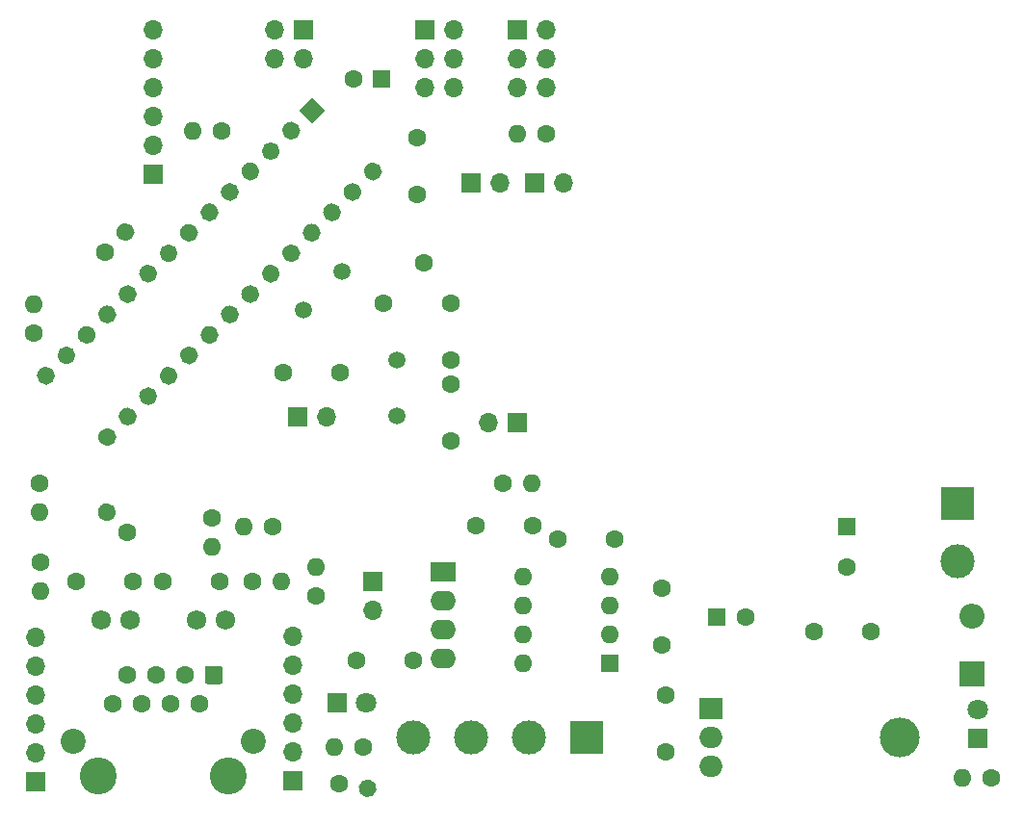
<source format=gbr>
%TF.GenerationSoftware,KiCad,Pcbnew,(5.1.9)-1*%
%TF.CreationDate,2022-05-14T18:30:03+02:00*%
%TF.ProjectId,Espanzione_01,45737061-6e7a-4696-9f6e-655f30312e6b,rev?*%
%TF.SameCoordinates,Original*%
%TF.FileFunction,Soldermask,Bot*%
%TF.FilePolarity,Negative*%
%FSLAX46Y46*%
G04 Gerber Fmt 4.6, Leading zero omitted, Abs format (unit mm)*
G04 Created by KiCad (PCBNEW (5.1.9)-1) date 2022-05-14 18:30:03*
%MOMM*%
%LPD*%
G01*
G04 APERTURE LIST*
%ADD10R,1.700000X1.700000*%
%ADD11O,1.700000X1.700000*%
%ADD12C,1.600000*%
%ADD13O,1.600000X1.600000*%
%ADD14R,1.600000X1.600000*%
%ADD15R,3.000000X3.000000*%
%ADD16C,3.000000*%
%ADD17C,1.720000*%
%ADD18C,2.200000*%
%ADD19C,3.250000*%
%ADD20C,1.800000*%
%ADD21R,1.800000X1.800000*%
%ADD22C,0.100000*%
%ADD23O,2.250000X1.750000*%
%ADD24R,2.250000X1.750000*%
%ADD25C,1.500000*%
%ADD26R,2.200000X2.200000*%
%ADD27O,2.200000X2.200000*%
%ADD28O,3.500000X3.500000*%
%ADD29R,2.000000X1.905000*%
%ADD30O,2.000000X1.905000*%
G04 APERTURE END LIST*
D10*
%TO.C,U6_RIGHT1*%
X100711000Y-104203500D03*
D11*
X100711000Y-101663500D03*
X100711000Y-99123500D03*
X100711000Y-96583500D03*
X100711000Y-94043500D03*
X100711000Y-91503500D03*
%TD*%
D12*
%TO.C,L1*%
X98933000Y-81851500D03*
D13*
X96393000Y-81851500D03*
%TD*%
D14*
%TO.C,C1*%
X149352000Y-81844000D03*
D12*
X149352000Y-85344000D03*
%TD*%
%TO.C,C3*%
X133477000Y-101600000D03*
X133477000Y-96600000D03*
%TD*%
%TO.C,C4*%
X111633000Y-52578000D03*
X111633000Y-47578000D03*
%TD*%
%TO.C,C5*%
X86661000Y-86614000D03*
X81661000Y-86614000D03*
%TD*%
%TO.C,C6*%
X89281000Y-86614000D03*
X94281000Y-86614000D03*
%TD*%
%TO.C,C7*%
X116776500Y-81724500D03*
X121776500Y-81724500D03*
%TD*%
%TO.C,C8*%
X123968500Y-82931000D03*
X128968500Y-82931000D03*
%TD*%
%TO.C,C9*%
X133096000Y-87265500D03*
X133096000Y-92265500D03*
%TD*%
%TO.C,C10*%
X111315500Y-93599000D03*
X106315500Y-93599000D03*
%TD*%
D14*
%TO.C,C11*%
X137985500Y-89789000D03*
D12*
X140485500Y-89789000D03*
%TD*%
%TO.C,C12*%
X106021500Y-42418000D03*
D14*
X108521500Y-42418000D03*
%TD*%
D12*
%TO.C,C13*%
X99838500Y-68262500D03*
X104838500Y-68262500D03*
%TD*%
%TO.C,C14*%
X108648500Y-62166500D03*
X112184034Y-58630966D03*
%TD*%
%TO.C,C15*%
X114554000Y-69278500D03*
X114554000Y-74278500D03*
%TD*%
%TO.C,C16*%
X114554000Y-67166500D03*
X114554000Y-62166500D03*
%TD*%
D15*
%TO.C,CN1*%
X159131000Y-79756000D03*
D16*
X159131000Y-84836000D03*
%TD*%
D17*
%TO.C,CN2*%
X83853500Y-90041000D03*
X94783500Y-90041000D03*
X86393500Y-90041000D03*
X92243500Y-90041000D03*
D18*
X81418500Y-100711000D03*
X97218500Y-100711000D03*
D19*
X83603500Y-103761000D03*
X95033500Y-103761000D03*
D12*
X84873500Y-97411000D03*
X86143500Y-94871000D03*
X87413500Y-97411000D03*
X88683500Y-94871000D03*
X89953500Y-97411000D03*
X91223500Y-94871000D03*
X92493500Y-97411000D03*
G36*
G01*
X92963500Y-95423000D02*
X92963500Y-94319000D01*
G75*
G02*
X93211500Y-94071000I248000J0D01*
G01*
X94315500Y-94071000D01*
G75*
G02*
X94563500Y-94319000I0J-248000D01*
G01*
X94563500Y-95423000D01*
G75*
G02*
X94315500Y-95671000I-248000J0D01*
G01*
X93211500Y-95671000D01*
G75*
G02*
X92963500Y-95423000I0J248000D01*
G01*
G37*
%TD*%
D16*
%TO.C,CN3*%
X121412000Y-100330000D03*
X116332000Y-100330000D03*
D15*
X126492000Y-100330000D03*
D16*
X111252000Y-100330000D03*
%TD*%
D11*
%TO.C,CN4*%
X99060000Y-40640000D03*
X99060000Y-38100000D03*
X101600000Y-40640000D03*
D10*
X101600000Y-38100000D03*
%TD*%
%TO.C,CN5*%
X88392000Y-50800000D03*
D11*
X88392000Y-48260000D03*
X88392000Y-45720000D03*
X88392000Y-43180000D03*
X88392000Y-40640000D03*
X88392000Y-38100000D03*
%TD*%
D10*
%TO.C,CN11*%
X112268000Y-38100000D03*
D11*
X114808000Y-38100000D03*
X112268000Y-40640000D03*
X114808000Y-40640000D03*
X112268000Y-43180000D03*
X114808000Y-43180000D03*
%TD*%
%TO.C,CN12*%
X122936000Y-43180000D03*
X120396000Y-43180000D03*
X122936000Y-40640000D03*
X120396000Y-40640000D03*
X122936000Y-38100000D03*
D10*
X120396000Y-38100000D03*
%TD*%
D20*
%TO.C,LD1*%
X160909000Y-97917000D03*
D21*
X160909000Y-100457000D03*
%TD*%
%TO.C,LD2*%
X104584500Y-97345500D03*
D20*
X107124500Y-97345500D03*
%TD*%
D12*
%TO.C,R1*%
X162052000Y-103886000D03*
D13*
X159512000Y-103886000D03*
%TD*%
D12*
%TO.C,R2*%
X84201000Y-57721500D03*
G36*
G01*
X85431366Y-56491134D02*
X85431366Y-56491134D01*
G75*
G02*
X85431366Y-55359764I565685J565685D01*
G01*
X85431366Y-55359764D01*
G75*
G02*
X86562736Y-55359764I565685J-565685D01*
G01*
X86562736Y-55359764D01*
G75*
G02*
X86562736Y-56491134I-565685J-565685D01*
G01*
X86562736Y-56491134D01*
G75*
G02*
X85431366Y-56491134I-565685J565685D01*
G01*
G37*
%TD*%
%TO.C,R3*%
X94424500Y-46990000D03*
D13*
X91884500Y-46990000D03*
%TD*%
%TO.C,R4*%
X120459500Y-47307500D03*
D12*
X122999500Y-47307500D03*
%TD*%
D13*
%TO.C,R5*%
X121666000Y-77978000D03*
D12*
X119126000Y-77978000D03*
%TD*%
%TO.C,R6*%
X106870500Y-101219000D03*
D13*
X104330500Y-101219000D03*
%TD*%
%TO.C,R7*%
G36*
G01*
X106488566Y-104696147D02*
X106488566Y-104696147D01*
G75*
G02*
X107415331Y-104047220I787846J-138919D01*
G01*
X107415331Y-104047220D01*
G75*
G02*
X108064258Y-104973985I-138919J-787846D01*
G01*
X108064258Y-104973985D01*
G75*
G02*
X107137493Y-105622912I-787846J138919D01*
G01*
X107137493Y-105622912D01*
G75*
G02*
X106488566Y-104696147I138919J787846D01*
G01*
G37*
D12*
X104775000Y-104394000D03*
%TD*%
%TO.C,R8*%
X93599000Y-81026000D03*
D13*
X93599000Y-83566000D03*
%TD*%
%TO.C,R9*%
G36*
G01*
X84939134Y-81129134D02*
X84939134Y-81129134D01*
G75*
G02*
X83807764Y-81129134I-565685J565685D01*
G01*
X83807764Y-81129134D01*
G75*
G02*
X83807764Y-79997764I565685J565685D01*
G01*
X83807764Y-79997764D01*
G75*
G02*
X84939134Y-79997764I565685J-565685D01*
G01*
X84939134Y-79997764D01*
G75*
G02*
X84939134Y-81129134I-565685J-565685D01*
G01*
G37*
D12*
X86169500Y-82359500D03*
%TD*%
D13*
%TO.C,R10*%
X77914500Y-62230000D03*
D12*
X77914500Y-64770000D03*
%TD*%
%TO.C,R11*%
X78422500Y-77978000D03*
D13*
X78422500Y-80518000D03*
%TD*%
%TO.C,R12*%
X78549500Y-87503000D03*
D12*
X78549500Y-84963000D03*
%TD*%
%TO.C,R13*%
X97155000Y-86614000D03*
D13*
X99695000Y-86614000D03*
%TD*%
%TO.C,R14*%
X102743000Y-85407500D03*
D12*
X102743000Y-87947500D03*
%TD*%
D22*
%TO.C,U2*%
G36*
X101230629Y-45212000D02*
G01*
X102362000Y-44080629D01*
X103493371Y-45212000D01*
X102362000Y-46343371D01*
X101230629Y-45212000D01*
G37*
G36*
G01*
X83835803Y-73383135D02*
X83835803Y-73383135D01*
G75*
G02*
X84967173Y-73383135I565685J-565685D01*
G01*
X84967173Y-73383135D01*
G75*
G02*
X84967173Y-74514505I-565685J-565685D01*
G01*
X84967173Y-74514505D01*
G75*
G02*
X83835803Y-74514505I-565685J565685D01*
G01*
X83835803Y-74514505D01*
G75*
G02*
X83835803Y-73383135I565685J565685D01*
G01*
G37*
G36*
G01*
X100000264Y-46442366D02*
X100000264Y-46442366D01*
G75*
G02*
X101131634Y-46442366I565685J-565685D01*
G01*
X101131634Y-46442366D01*
G75*
G02*
X101131634Y-47573736I-565685J-565685D01*
G01*
X101131634Y-47573736D01*
G75*
G02*
X100000264Y-47573736I-565685J565685D01*
G01*
X100000264Y-47573736D01*
G75*
G02*
X100000264Y-46442366I565685J565685D01*
G01*
G37*
G36*
G01*
X85631854Y-71587083D02*
X85631854Y-71587083D01*
G75*
G02*
X86763224Y-71587083I565685J-565685D01*
G01*
X86763224Y-71587083D01*
G75*
G02*
X86763224Y-72718453I-565685J-565685D01*
G01*
X86763224Y-72718453D01*
G75*
G02*
X85631854Y-72718453I-565685J565685D01*
G01*
X85631854Y-72718453D01*
G75*
G02*
X85631854Y-71587083I565685J565685D01*
G01*
G37*
G36*
G01*
X98204213Y-48238417D02*
X98204213Y-48238417D01*
G75*
G02*
X99335583Y-48238417I565685J-565685D01*
G01*
X99335583Y-48238417D01*
G75*
G02*
X99335583Y-49369787I-565685J-565685D01*
G01*
X99335583Y-49369787D01*
G75*
G02*
X98204213Y-49369787I-565685J565685D01*
G01*
X98204213Y-49369787D01*
G75*
G02*
X98204213Y-48238417I565685J565685D01*
G01*
G37*
G36*
G01*
X87427905Y-69791032D02*
X87427905Y-69791032D01*
G75*
G02*
X88559275Y-69791032I565685J-565685D01*
G01*
X88559275Y-69791032D01*
G75*
G02*
X88559275Y-70922402I-565685J-565685D01*
G01*
X88559275Y-70922402D01*
G75*
G02*
X87427905Y-70922402I-565685J565685D01*
G01*
X87427905Y-70922402D01*
G75*
G02*
X87427905Y-69791032I565685J565685D01*
G01*
G37*
G36*
G01*
X96408161Y-50034469D02*
X96408161Y-50034469D01*
G75*
G02*
X97539531Y-50034469I565685J-565685D01*
G01*
X97539531Y-50034469D01*
G75*
G02*
X97539531Y-51165839I-565685J-565685D01*
G01*
X97539531Y-51165839D01*
G75*
G02*
X96408161Y-51165839I-565685J565685D01*
G01*
X96408161Y-51165839D01*
G75*
G02*
X96408161Y-50034469I565685J565685D01*
G01*
G37*
G36*
G01*
X89223956Y-67994981D02*
X89223956Y-67994981D01*
G75*
G02*
X90355326Y-67994981I565685J-565685D01*
G01*
X90355326Y-67994981D01*
G75*
G02*
X90355326Y-69126351I-565685J-565685D01*
G01*
X90355326Y-69126351D01*
G75*
G02*
X89223956Y-69126351I-565685J565685D01*
G01*
X89223956Y-69126351D01*
G75*
G02*
X89223956Y-67994981I565685J565685D01*
G01*
G37*
G36*
G01*
X94612110Y-51830520D02*
X94612110Y-51830520D01*
G75*
G02*
X95743480Y-51830520I565685J-565685D01*
G01*
X95743480Y-51830520D01*
G75*
G02*
X95743480Y-52961890I-565685J-565685D01*
G01*
X95743480Y-52961890D01*
G75*
G02*
X94612110Y-52961890I-565685J565685D01*
G01*
X94612110Y-52961890D01*
G75*
G02*
X94612110Y-51830520I565685J565685D01*
G01*
G37*
G36*
G01*
X91020008Y-66198930D02*
X91020008Y-66198930D01*
G75*
G02*
X92151378Y-66198930I565685J-565685D01*
G01*
X92151378Y-66198930D01*
G75*
G02*
X92151378Y-67330300I-565685J-565685D01*
G01*
X92151378Y-67330300D01*
G75*
G02*
X91020008Y-67330300I-565685J565685D01*
G01*
X91020008Y-67330300D01*
G75*
G02*
X91020008Y-66198930I565685J565685D01*
G01*
G37*
G36*
G01*
X92816059Y-53626571D02*
X92816059Y-53626571D01*
G75*
G02*
X93947429Y-53626571I565685J-565685D01*
G01*
X93947429Y-53626571D01*
G75*
G02*
X93947429Y-54757941I-565685J-565685D01*
G01*
X93947429Y-54757941D01*
G75*
G02*
X92816059Y-54757941I-565685J565685D01*
G01*
X92816059Y-54757941D01*
G75*
G02*
X92816059Y-53626571I565685J565685D01*
G01*
G37*
G36*
G01*
X92816059Y-64402878D02*
X92816059Y-64402878D01*
G75*
G02*
X93947429Y-64402878I565685J-565685D01*
G01*
X93947429Y-64402878D01*
G75*
G02*
X93947429Y-65534248I-565685J-565685D01*
G01*
X93947429Y-65534248D01*
G75*
G02*
X92816059Y-65534248I-565685J565685D01*
G01*
X92816059Y-65534248D01*
G75*
G02*
X92816059Y-64402878I565685J565685D01*
G01*
G37*
G36*
G01*
X91020008Y-55422622D02*
X91020008Y-55422622D01*
G75*
G02*
X92151378Y-55422622I565685J-565685D01*
G01*
X92151378Y-55422622D01*
G75*
G02*
X92151378Y-56553992I-565685J-565685D01*
G01*
X92151378Y-56553992D01*
G75*
G02*
X91020008Y-56553992I-565685J565685D01*
G01*
X91020008Y-56553992D01*
G75*
G02*
X91020008Y-55422622I565685J565685D01*
G01*
G37*
G36*
G01*
X94612110Y-62606827D02*
X94612110Y-62606827D01*
G75*
G02*
X95743480Y-62606827I565685J-565685D01*
G01*
X95743480Y-62606827D01*
G75*
G02*
X95743480Y-63738197I-565685J-565685D01*
G01*
X95743480Y-63738197D01*
G75*
G02*
X94612110Y-63738197I-565685J565685D01*
G01*
X94612110Y-63738197D01*
G75*
G02*
X94612110Y-62606827I565685J565685D01*
G01*
G37*
G36*
G01*
X89223956Y-57218674D02*
X89223956Y-57218674D01*
G75*
G02*
X90355326Y-57218674I565685J-565685D01*
G01*
X90355326Y-57218674D01*
G75*
G02*
X90355326Y-58350044I-565685J-565685D01*
G01*
X90355326Y-58350044D01*
G75*
G02*
X89223956Y-58350044I-565685J565685D01*
G01*
X89223956Y-58350044D01*
G75*
G02*
X89223956Y-57218674I565685J565685D01*
G01*
G37*
G36*
G01*
X96408161Y-60810776D02*
X96408161Y-60810776D01*
G75*
G02*
X97539531Y-60810776I565685J-565685D01*
G01*
X97539531Y-60810776D01*
G75*
G02*
X97539531Y-61942146I-565685J-565685D01*
G01*
X97539531Y-61942146D01*
G75*
G02*
X96408161Y-61942146I-565685J565685D01*
G01*
X96408161Y-61942146D01*
G75*
G02*
X96408161Y-60810776I565685J565685D01*
G01*
G37*
G36*
G01*
X87427905Y-59014725D02*
X87427905Y-59014725D01*
G75*
G02*
X88559275Y-59014725I565685J-565685D01*
G01*
X88559275Y-59014725D01*
G75*
G02*
X88559275Y-60146095I-565685J-565685D01*
G01*
X88559275Y-60146095D01*
G75*
G02*
X87427905Y-60146095I-565685J565685D01*
G01*
X87427905Y-60146095D01*
G75*
G02*
X87427905Y-59014725I565685J565685D01*
G01*
G37*
G36*
G01*
X98204213Y-59014725D02*
X98204213Y-59014725D01*
G75*
G02*
X99335583Y-59014725I565685J-565685D01*
G01*
X99335583Y-59014725D01*
G75*
G02*
X99335583Y-60146095I-565685J-565685D01*
G01*
X99335583Y-60146095D01*
G75*
G02*
X98204213Y-60146095I-565685J565685D01*
G01*
X98204213Y-60146095D01*
G75*
G02*
X98204213Y-59014725I565685J565685D01*
G01*
G37*
G36*
G01*
X85631854Y-60810776D02*
X85631854Y-60810776D01*
G75*
G02*
X86763224Y-60810776I565685J-565685D01*
G01*
X86763224Y-60810776D01*
G75*
G02*
X86763224Y-61942146I-565685J-565685D01*
G01*
X86763224Y-61942146D01*
G75*
G02*
X85631854Y-61942146I-565685J565685D01*
G01*
X85631854Y-61942146D01*
G75*
G02*
X85631854Y-60810776I565685J565685D01*
G01*
G37*
G36*
G01*
X100000264Y-57218674D02*
X100000264Y-57218674D01*
G75*
G02*
X101131634Y-57218674I565685J-565685D01*
G01*
X101131634Y-57218674D01*
G75*
G02*
X101131634Y-58350044I-565685J-565685D01*
G01*
X101131634Y-58350044D01*
G75*
G02*
X100000264Y-58350044I-565685J565685D01*
G01*
X100000264Y-58350044D01*
G75*
G02*
X100000264Y-57218674I565685J565685D01*
G01*
G37*
G36*
G01*
X83835803Y-62606827D02*
X83835803Y-62606827D01*
G75*
G02*
X84967173Y-62606827I565685J-565685D01*
G01*
X84967173Y-62606827D01*
G75*
G02*
X84967173Y-63738197I-565685J-565685D01*
G01*
X84967173Y-63738197D01*
G75*
G02*
X83835803Y-63738197I-565685J565685D01*
G01*
X83835803Y-63738197D01*
G75*
G02*
X83835803Y-62606827I565685J565685D01*
G01*
G37*
G36*
G01*
X101796315Y-55422622D02*
X101796315Y-55422622D01*
G75*
G02*
X102927685Y-55422622I565685J-565685D01*
G01*
X102927685Y-55422622D01*
G75*
G02*
X102927685Y-56553992I-565685J-565685D01*
G01*
X102927685Y-56553992D01*
G75*
G02*
X101796315Y-56553992I-565685J565685D01*
G01*
X101796315Y-56553992D01*
G75*
G02*
X101796315Y-55422622I565685J565685D01*
G01*
G37*
G36*
G01*
X82039752Y-64402878D02*
X82039752Y-64402878D01*
G75*
G02*
X83171122Y-64402878I565685J-565685D01*
G01*
X83171122Y-64402878D01*
G75*
G02*
X83171122Y-65534248I-565685J-565685D01*
G01*
X83171122Y-65534248D01*
G75*
G02*
X82039752Y-65534248I-565685J565685D01*
G01*
X82039752Y-65534248D01*
G75*
G02*
X82039752Y-64402878I565685J565685D01*
G01*
G37*
G36*
G01*
X103592366Y-53626571D02*
X103592366Y-53626571D01*
G75*
G02*
X104723736Y-53626571I565685J-565685D01*
G01*
X104723736Y-53626571D01*
G75*
G02*
X104723736Y-54757941I-565685J-565685D01*
G01*
X104723736Y-54757941D01*
G75*
G02*
X103592366Y-54757941I-565685J565685D01*
G01*
X103592366Y-54757941D01*
G75*
G02*
X103592366Y-53626571I565685J565685D01*
G01*
G37*
G36*
G01*
X80243700Y-66198930D02*
X80243700Y-66198930D01*
G75*
G02*
X81375070Y-66198930I565685J-565685D01*
G01*
X81375070Y-66198930D01*
G75*
G02*
X81375070Y-67330300I-565685J-565685D01*
G01*
X81375070Y-67330300D01*
G75*
G02*
X80243700Y-67330300I-565685J565685D01*
G01*
X80243700Y-67330300D01*
G75*
G02*
X80243700Y-66198930I565685J565685D01*
G01*
G37*
G36*
G01*
X105388417Y-51830520D02*
X105388417Y-51830520D01*
G75*
G02*
X106519787Y-51830520I565685J-565685D01*
G01*
X106519787Y-51830520D01*
G75*
G02*
X106519787Y-52961890I-565685J-565685D01*
G01*
X106519787Y-52961890D01*
G75*
G02*
X105388417Y-52961890I-565685J565685D01*
G01*
X105388417Y-52961890D01*
G75*
G02*
X105388417Y-51830520I565685J565685D01*
G01*
G37*
G36*
G01*
X78447649Y-67994981D02*
X78447649Y-67994981D01*
G75*
G02*
X79579019Y-67994981I565685J-565685D01*
G01*
X79579019Y-67994981D01*
G75*
G02*
X79579019Y-69126351I-565685J-565685D01*
G01*
X79579019Y-69126351D01*
G75*
G02*
X78447649Y-69126351I-565685J565685D01*
G01*
X78447649Y-69126351D01*
G75*
G02*
X78447649Y-67994981I565685J565685D01*
G01*
G37*
G36*
G01*
X107184469Y-50034469D02*
X107184469Y-50034469D01*
G75*
G02*
X108315839Y-50034469I565685J-565685D01*
G01*
X108315839Y-50034469D01*
G75*
G02*
X108315839Y-51165839I-565685J-565685D01*
G01*
X108315839Y-51165839D01*
G75*
G02*
X107184469Y-51165839I-565685J565685D01*
G01*
X107184469Y-51165839D01*
G75*
G02*
X107184469Y-50034469I565685J565685D01*
G01*
G37*
%TD*%
D23*
%TO.C,U5*%
X113919000Y-93408500D03*
X113919000Y-90868500D03*
X113919000Y-88328500D03*
D24*
X113919000Y-85788500D03*
%TD*%
D25*
%TO.C,Y1*%
X101600000Y-62801500D03*
X105050681Y-59350819D03*
%TD*%
%TO.C,Y2*%
X109855000Y-72072500D03*
X109855000Y-67192500D03*
%TD*%
D12*
%TO.C,C2*%
X151511000Y-91059000D03*
X146511000Y-91059000D03*
%TD*%
D11*
%TO.C,CN6*%
X118872000Y-51562000D03*
D10*
X116332000Y-51562000D03*
%TD*%
%TO.C,CN7*%
X121920000Y-51562000D03*
D11*
X124460000Y-51562000D03*
%TD*%
%TO.C,CN8*%
X103632000Y-72136000D03*
D10*
X101092000Y-72136000D03*
%TD*%
%TO.C,CN9*%
X120396000Y-72644000D03*
D11*
X117856000Y-72644000D03*
%TD*%
D26*
%TO.C,D1*%
X160401000Y-94742000D03*
D27*
X160401000Y-89662000D03*
%TD*%
D28*
%TO.C,U1*%
X154074000Y-100330000D03*
D29*
X137414000Y-97790000D03*
D30*
X137414000Y-100330000D03*
X137414000Y-102870000D03*
%TD*%
D14*
%TO.C,U4*%
X128587500Y-93853000D03*
D13*
X120967500Y-86233000D03*
X128587500Y-91313000D03*
X120967500Y-88773000D03*
X128587500Y-88773000D03*
X120967500Y-91313000D03*
X128587500Y-86233000D03*
X120967500Y-93853000D03*
%TD*%
D10*
%TO.C,CN10*%
X107696000Y-86614000D03*
D11*
X107696000Y-89154000D03*
%TD*%
%TO.C,U6_LEFT1*%
X78105000Y-91567000D03*
X78105000Y-94107000D03*
X78105000Y-96647000D03*
X78105000Y-99187000D03*
X78105000Y-101727000D03*
D10*
X78105000Y-104267000D03*
%TD*%
M02*

</source>
